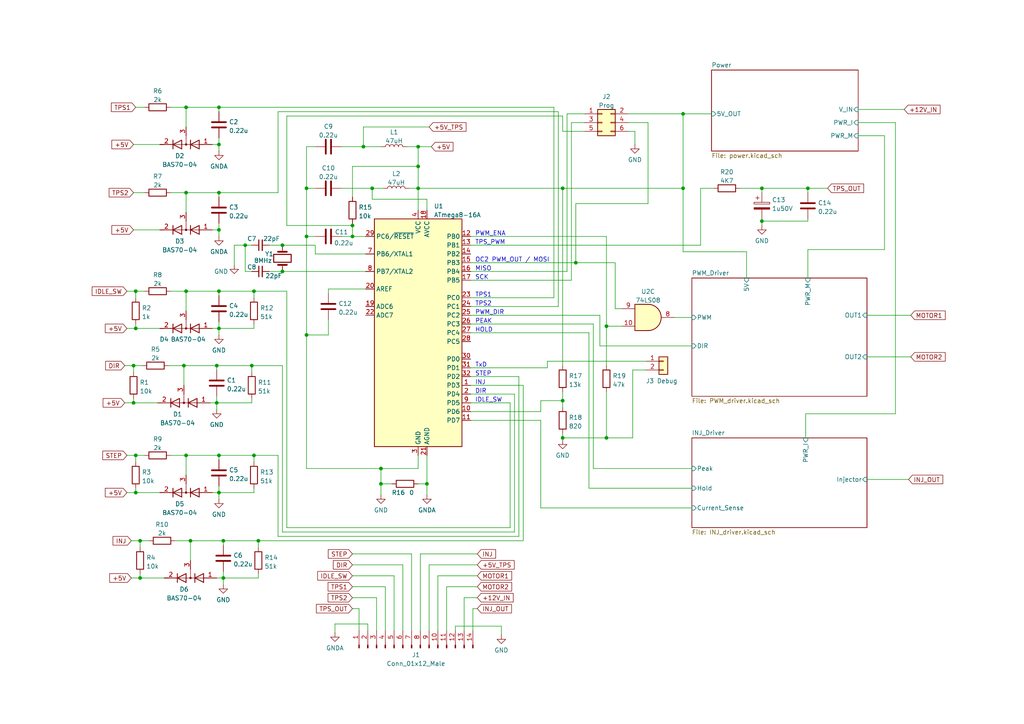
<source format=kicad_sch>
(kicad_sch (version 20211123) (generator eeschema)
  (paper "A4")
  (title_block (title "Контроллер моновпрыска VAG для SECU-3") (date "2023-09-25") (rev "0") (company "Совжесть"))
  (lib_symbols
    (symbol "74xx:74LS08" (pin_names (offset 1.016))
      (property "Reference" "U" (at 0 1.27 0))
      (property "Value" "74LS08" (at 0 -1.27 0))
      (symbol "74LS08_1_1"
        (pin input line (at -7.62 2.54 0) (length 3.81) (name "~") (number "1"))
        (pin input line (at -7.62 -2.54 0) (length 3.81) (name "~") (number "2"))
        (pin output line (at 7.62 0 180) (length 3.81) (name "~") (number "3"))
      )
      (symbol "74LS08_1_2"
        (pin input inverted (at -7.62 2.54 0) (length 4.318) (name "~") (number "1"))
        (pin input inverted (at -7.62 -2.54 0) (length 4.318) (name "~") (number "2"))
        (pin output inverted (at 7.62 0 180) (length 3.81) (name "~") (number "3"))
      )
      (symbol "74LS08_2_1"
        (pin input line (at -7.62 2.54 0) (length 3.81) (name "~") (number "4"))
        (pin input line (at -7.62 -2.54 0) (length 3.81) (name "~") (number "5"))
        (pin output line (at 7.62 0 180) (length 3.81) (name "~") (number "6"))
      )
      (symbol "74LS08_2_2"
        (pin input inverted (at -7.62 2.54 0) (length 4.318) (name "~") (number "4"))
        (pin input inverted (at -7.62 -2.54 0) (length 4.318) (name "~") (number "5"))
        (pin output inverted (at 7.62 0 180) (length 3.81) (name "~") (number "6"))
      )
      (symbol "74LS08_3_1"
        (pin input line (at -7.62 -2.54 0) (length 3.81) (name "~") (number "10"))
        (pin output line (at 7.62 0 180) (length 3.81) (name "~") (number "8"))
        (pin input line (at -7.62 2.54 0) (length 3.81) (name "~") (number "9"))
      )
      (symbol "74LS08_3_2"
        (pin input inverted (at -7.62 -2.54 0) (length 4.318) (name "~") (number "10"))
        (pin output inverted (at 7.62 0 180) (length 3.81) (name "~") (number "8"))
        (pin input inverted (at -7.62 2.54 0) (length 4.318) (name "~") (number "9"))
      )
      (symbol "74LS08_4_1"
        (pin output line (at 7.62 0 180) (length 3.81) (name "~") (number "11"))
        (pin input line (at -7.62 2.54 0) (length 3.81) (name "~") (number "12"))
        (pin input line (at -7.62 -2.54 0) (length 3.81) (name "~") (number "13"))
      )
      (symbol "74LS08_4_2"
        (pin output inverted (at 7.62 0 180) (length 3.81) (name "~") (number "11"))
        (pin input inverted (at -7.62 2.54 0) (length 4.318) (name "~") (number "12"))
        (pin input inverted (at -7.62 -2.54 0) (length 4.318) (name "~") (number "13"))
      )
      (symbol "74LS08_5_0"
        (pin power_in line (at 0 12.7 270) (length 5.08) (name "VCC") (number "14"))
        (pin power_in line (at 0 -12.7 90) (length 5.08) (name "GND") (number "7"))
      )
    )
    (symbol "Connector:Conn_01x14_Male" (pin_names (offset 1.016) hide)
      (property "Reference" "J" (at 0 17.78 0))
      (property "Value" "Conn_01x14_Male" (at 0 -20.32 0))
      (symbol "Conn_01x14_Male_1_1"
        (pin passive line (at 5.08 15.24 180) (length 3.81) (name "Pin_1") (number "1"))
        (pin passive line (at 5.08 -7.62 180) (length 3.81) (name "Pin_10") (number "10"))
        (pin passive line (at 5.08 -10.16 180) (length 3.81) (name "Pin_11") (number "11"))
        (pin passive line (at 5.08 -12.7 180) (length 3.81) (name "Pin_12") (number "12"))
        (pin passive line (at 5.08 -15.24 180) (length 3.81) (name "Pin_13") (number "13"))
        (pin passive line (at 5.08 -17.78 180) (length 3.81) (name "Pin_14") (number "14"))
        (pin passive line (at 5.08 12.7 180) (length 3.81) (name "Pin_2") (number "2"))
        (pin passive line (at 5.08 10.16 180) (length 3.81) (name "Pin_3") (number "3"))
        (pin passive line (at 5.08 7.62 180) (length 3.81) (name "Pin_4") (number "4"))
        (pin passive line (at 5.08 5.08 180) (length 3.81) (name "Pin_5") (number "5"))
        (pin passive line (at 5.08 2.54 180) (length 3.81) (name "Pin_6") (number "6"))
        (pin passive line (at 5.08 0 180) (length 3.81) (name "Pin_7") (number "7"))
        (pin passive line (at 5.08 -2.54 180) (length 3.81) (name "Pin_8") (number "8"))
        (pin passive line (at 5.08 -5.08 180) (length 3.81) (name "Pin_9") (number "9"))
      )
    )
    (symbol "Connector_Generic:Conn_01x02" (pin_names (offset 1.016) hide)
      (property "Reference" "J" (at 0 2.54 0))
      (property "Value" "Conn_01x02" (at 0 -5.08 0))
      (symbol "Conn_01x02_1_1"
        (pin passive line (at -5.08 0 0) (length 3.81) (name "Pin_1") (number "1"))
        (pin passive line (at -5.08 -2.54 0) (length 3.81) (name "Pin_2") (number "2"))
      )
    )
    (symbol "Connector_Generic:Conn_02x03_Odd_Even" (pin_names (offset 1.016) hide)
      (property "Reference" "J" (at 1.27 5.08 0))
      (property "Value" "Conn_02x03_Odd_Even" (at 1.27 -5.08 0))
      (symbol "Conn_02x03_Odd_Even_1_1"
        (pin passive line (at -5.08 2.54 0) (length 3.81) (name "Pin_1") (number "1"))
        (pin passive line (at 7.62 2.54 180) (length 3.81) (name "Pin_2") (number "2"))
        (pin passive line (at -5.08 0 0) (length 3.81) (name "Pin_3") (number "3"))
        (pin passive line (at 7.62 0 180) (length 3.81) (name "Pin_4") (number "4"))
        (pin passive line (at -5.08 -2.54 0) (length 3.81) (name "Pin_5") (number "5"))
        (pin passive line (at 7.62 -2.54 180) (length 3.81) (name "Pin_6") (number "6"))
      )
    )
    (symbol "Device:C" (pin_numbers hide) (pin_names (offset 0.254))
      (property "Reference" "C" (at 0.635 2.54 0))
      (property "Value" "C" (at 0.635 -2.54 0))
      (symbol "C_1_1"
        (pin passive line (at 0 3.81 270) (length 2.794) (name "~") (number "1"))
        (pin passive line (at 0 -3.81 90) (length 2.794) (name "~") (number "2"))
      )
    )
    (symbol "Device:C_Polarized" (pin_numbers hide) (pin_names (offset 0.254))
      (property "Reference" "C" (at 0.635 2.54 0))
      (property "Value" "C_Polarized" (at 0.635 -2.54 0))
      (symbol "C_Polarized_1_1"
        (pin passive line (at 0 3.81 270) (length 2.794) (name "~") (number "1"))
        (pin passive line (at 0 -3.81 90) (length 2.794) (name "~") (number "2"))
      )
    )
    (symbol "Device:C_Small" (pin_numbers hide) (pin_names (offset 0.254) hide)
      (property "Reference" "C" (at 0.254 1.778 0))
      (property "Value" "C_Small" (at 0.254 -2.032 0))
      (symbol "C_Small_1_1"
        (pin passive line (at 0 2.54 270) (length 2.032) (name "~") (number "1"))
        (pin passive line (at 0 -2.54 90) (length 2.032) (name "~") (number "2"))
      )
    )
    (symbol "Device:Crystal" (pin_numbers hide) (pin_names (offset 1.016) hide)
      (property "Reference" "Y" (at 0 3.81 0))
      (property "Value" "Crystal" (at 0 -3.81 0))
      (symbol "Crystal_1_1"
        (pin passive line (at -3.81 0 0) (length 1.27) (name "1") (number "1"))
        (pin passive line (at 3.81 0 180) (length 1.27) (name "2") (number "2"))
      )
    )
    (symbol "Device:D_Dual_Series_AKC" (pin_names (offset 0.762) hide)
      (property "Reference" "D" (at 1.27 -2.54 0))
      (property "Value" "D_Dual_Series_AKC" (at 0 2.54 0))
      (symbol "D_Dual_Series_AKC_0_1"
        (pin passive line (at -7.62 0 0) (length 3.81) (name "A") (number "1"))
        (pin passive line (at 7.62 0 180) (length 3.81) (name "K") (number "2"))
        (pin passive line (at 0 -5.08 90) (length 2.54) (name "common") (number "3"))
      )
    )
    (symbol "Device:L" (pin_numbers hide) (pin_names (offset 1.016) hide)
      (property "Reference" "L" (at -1.27 0 90))
      (property "Value" "L" (at 1.905 0 90))
      (symbol "L_1_1"
        (pin passive line (at 0 3.81 270) (length 1.27) (name "1") (number "1"))
        (pin passive line (at 0 -3.81 90) (length 1.27) (name "2") (number "2"))
      )
    )
    (symbol "Device:R" (pin_numbers hide) (pin_names (offset 0))
      (property "Reference" "R" (at 2.032 0 90))
      (property "Value" "R" (at 0 0 90))
      (symbol "R_1_1"
        (pin passive line (at 0 3.81 270) (length 1.27) (name "~") (number "1"))
        (pin passive line (at 0 -3.81 90) (length 1.27) (name "~") (number "2"))
      )
    )
    (symbol "MCU_Microchip_ATmega:ATmega8-16A"
      (property "Reference" "U" (at -12.7 34.29 0))
      (property "Value" "ATmega8-16A" (at 5.08 -34.29 0))
      (symbol "ATmega8-16A_1_1"
        (pin bidirectional line (at 15.24 -15.24 180) (length 2.54) (name "PD3") (number "1"))
        (pin bidirectional line (at 15.24 -22.86 180) (length 2.54) (name "PD6") (number "10"))
        (pin bidirectional line (at 15.24 -25.4 180) (length 2.54) (name "PD7") (number "11"))
        (pin bidirectional line (at 15.24 27.94 180) (length 2.54) (name "PB0") (number "12"))
        (pin bidirectional line (at 15.24 25.4 180) (length 2.54) (name "PB1") (number "13"))
        (pin bidirectional line (at 15.24 22.86 180) (length 2.54) (name "PB2") (number "14"))
        (pin bidirectional line (at 15.24 20.32 180) (length 2.54) (name "PB3") (number "15"))
        (pin bidirectional line (at 15.24 17.78 180) (length 2.54) (name "PB4") (number "16"))
        (pin bidirectional line (at 15.24 15.24 180) (length 2.54) (name "PB5") (number "17"))
        (pin power_in line (at 2.54 35.56 270) (length 2.54) (name "AVCC") (number "18"))
        (pin input line (at -15.24 7.62 0) (length 2.54) (name "ADC6") (number "19"))
        (pin bidirectional line (at 15.24 -17.78 180) (length 2.54) (name "PD4") (number "2"))
        (pin passive line (at -15.24 12.7 0) (length 2.54) (name "AREF") (number "20"))
        (pin power_in line (at 2.54 -35.56 90) (length 2.54) (name "AGND") (number "21"))
        (pin input line (at -15.24 5.08 0) (length 2.54) (name "ADC7") (number "22"))
        (pin bidirectional line (at 15.24 10.16 180) (length 2.54) (name "PC0") (number "23"))
        (pin bidirectional line (at 15.24 7.62 180) (length 2.54) (name "PC1") (number "24"))
        (pin bidirectional line (at 15.24 5.08 180) (length 2.54) (name "PC2") (number "25"))
        (pin bidirectional line (at 15.24 2.54 180) (length 2.54) (name "PC3") (number "26"))
        (pin bidirectional line (at 15.24 0 180) (length 2.54) (name "PC4") (number "27"))
        (pin bidirectional line (at 15.24 -2.54 180) (length 2.54) (name "PC5") (number "28"))
        (pin bidirectional line (at -15.24 27.94 0) (length 2.54) (name "PC6/~{RESET}") (number "29"))
        (pin power_in line (at 0 -35.56 90) (length 2.54) (name "GND") (number "3"))
        (pin bidirectional line (at 15.24 -7.62 180) (length 2.54) (name "PD0") (number "30"))
        (pin bidirectional line (at 15.24 -10.16 180) (length 2.54) (name "PD1") (number "31"))
        (pin bidirectional line (at 15.24 -12.7 180) (length 2.54) (name "PD2") (number "32"))
        (pin power_in line (at 0 35.56 270) (length 2.54) (name "VCC") (number "4"))
        (pin passive line (at 0 -35.56 90) (length 2.54) hide (name "GND") (number "5"))
        (pin passive line (at 0 35.56 270) (length 2.54) hide (name "VCC") (number "6"))
        (pin bidirectional line (at -15.24 22.86 0) (length 2.54) (name "PB6/XTAL1") (number "7"))
        (pin bidirectional line (at -15.24 17.78 0) (length 2.54) (name "PB7/XTAL2") (number "8"))
        (pin bidirectional line (at 15.24 -20.32 180) (length 2.54) (name "PD5") (number "9"))
      )
    )
    (symbol "power:GND" (power) (pin_names (offset 0))
      (property "Value" "GND" (at 0 -3.81 0))
      (symbol "GND_1_1"
        (pin power_in line (at 0 0 270) (length 0) hide (name "GND") (number "1"))
      )
    )
    (symbol "power:GNDA" (power) (pin_names (offset 0))
      (property "Value" "GNDA" (at 0 -3.81 0))
      (symbol "GNDA_1_1"
        (pin power_in line (at 0 0 270) (length 0) hide (name "GNDA") (number "1"))
      )
    )
  )
  (junction (at 40.64 167.64))
  (junction (at 39.37 84.455))
  (junction (at 123.825 140.335))
  (junction (at 55.245 156.845))
  (junction (at 163.195 54.61))
  (junction (at 53.34 106.045))
  (junction (at 163.195 127))
  (junction (at 81.915 71.12))
  (junction (at 175.895 94.615))
  (junction (at 63.5 95.25))
  (junction (at 63.5 55.88))
  (junction (at 71.12 71.12))
  (junction (at 64.77 156.845))
  (junction (at 198.12 54.61))
  (junction (at 73.025 106.045))
  (junction (at 63.5 31.115))
  (junction (at 234.315 54.61))
  (junction (at 88.9 54.61))
  (junction (at 63.5 142.875))
  (junction (at 64.77 167.64))
  (junction (at 88.9 68.58))
  (junction (at 110.49 135.89))
  (junction (at 53.975 31.115))
  (junction (at 81.915 78.74))
  (junction (at 121.285 42.545))
  (junction (at 63.5 132.08))
  (junction (at 73.66 84.455))
  (junction (at 39.37 132.08))
  (junction (at 107.95 54.61))
  (junction (at 121.285 48.26))
  (junction (at 220.98 64.135))
  (junction (at 63.5 84.455))
  (junction (at 220.98 54.61))
  (junction (at 74.93 156.845))
  (junction (at 73.66 132.08))
  (junction (at 62.865 106.045))
  (junction (at 198.12 33.02))
  (junction (at 38.735 106.045))
  (junction (at 102.235 65.405))
  (junction (at 40.64 156.845))
  (junction (at 53.975 55.88))
  (junction (at 39.37 142.875))
  (junction (at 110.49 140.335))
  (junction (at 38.735 116.84))
  (junction (at 105.41 42.545))
  (junction (at 53.975 132.08))
  (junction (at 102.235 68.58))
  (junction (at 121.285 54.61))
  (junction (at 39.37 95.25))
  (junction (at 62.865 116.84))
  (junction (at 175.895 127))
  (junction (at 53.975 84.455))
  (junction (at 163.195 116.205))
  (junction (at 88.9 97.155))
  (junction (at 167.005 76.2))
  (junction (at 63.5 41.91))
  (junction (at 63.5 66.675))
  (wire (pts (xy 53.34 106.045) (xy 53.34 111.76)))
  (wire (pts (xy 175.895 94.615) (xy 175.895 106.045)))
  (wire (pts (xy 163.195 125.73) (xy 163.195 127)))
  (wire (pts (xy 121.285 54.61) (xy 121.285 60.96)))
  (wire (pts (xy 55.245 156.845) (xy 55.245 162.56)))
  (wire (pts (xy 151.765 111.76) (xy 136.525 111.76)))
  (wire (pts (xy 132.08 181.61) (xy 145.415 181.61)))
  (wire (pts (xy 71.12 71.12) (xy 73.025 71.12)))
  (wire (pts (xy 53.975 55.88) (xy 63.5 55.88)))
  (wire (pts (xy 91.44 42.545) (xy 88.9 42.545)))
  (wire (pts (xy 88.9 42.545) (xy 88.9 54.61)))
  (wire (pts (xy 170.815 96.52) (xy 170.815 141.605)))
  (wire (pts (xy 39.37 95.25) (xy 46.355 95.25)))
  (wire (pts (xy 55.245 156.845) (xy 64.77 156.845)))
  (wire (pts (xy 136.525 93.98) (xy 172.085 93.98)))
  (wire (pts (xy 91.44 54.61) (xy 88.9 54.61)))
  (wire (pts (xy 173.99 91.44) (xy 173.99 100.33)))
  (wire (pts (xy 102.235 65.405) (xy 102.235 68.58)))
  (wire (pts (xy 63.5 84.455) (xy 63.5 85.725)))
  (wire (pts (xy 178.435 89.535) (xy 180.34 89.535)))
  (wire (pts (xy 121.285 48.26) (xy 121.285 42.545)))
  (wire (pts (xy 156.845 121.92) (xy 156.845 147.32)))
  (wire (pts (xy 175.895 113.665) (xy 175.895 127)))
  (wire (pts (xy 36.83 132.08) (xy 39.37 132.08)))
  (wire (pts (xy 63.5 55.88) (xy 63.5 57.15)))
  (wire (pts (xy 63.5 41.91) (xy 63.5 43.815)))
  (wire (pts (xy 163.195 54.61) (xy 198.12 54.61)))
  (wire (pts (xy 214.63 54.61) (xy 220.98 54.61)))
  (wire (pts (xy 216.535 73.025) (xy 198.12 73.025)))
  (wire (pts (xy 63.5 95.25) (xy 61.595 95.25)))
  (wire (pts (xy 73.66 132.08) (xy 80.645 132.08)))
  (wire (pts (xy 220.98 54.61) (xy 220.98 55.88)))
  (wire (pts (xy 62.865 114.935) (xy 62.865 116.84)))
  (wire (pts (xy 95.25 85.09) (xy 95.25 83.82)))
  (wire (pts (xy 175.895 127) (xy 163.195 127)))
  (wire (pts (xy 64.77 167.64) (xy 62.865 167.64)))
  (wire (pts (xy 167.005 59.055) (xy 167.005 76.2)))
  (wire (pts (xy 40.64 167.64) (xy 47.625 167.64)))
  (wire (pts (xy 49.53 31.115) (xy 53.975 31.115)))
  (wire (pts (xy 164.465 78.74) (xy 164.465 33.02)))
  (wire (pts (xy 53.975 84.455) (xy 53.975 90.17)))
  (wire (pts (xy 164.465 33.02) (xy 169.545 33.02)))
  (wire (pts (xy 38.735 115.57) (xy 38.735 116.84)))
  (wire (pts (xy 67.945 71.12) (xy 67.945 76.835)))
  (wire (pts (xy 121.285 54.61) (xy 163.195 54.61)))
  (wire (pts (xy 183.515 127) (xy 175.895 127)))
  (wire (pts (xy 220.98 54.61) (xy 234.315 54.61)))
  (wire (pts (xy 187.96 35.56) (xy 187.96 59.055)))
  (wire (pts (xy 150.495 155.575) (xy 150.495 109.22)))
  (wire (pts (xy 182.245 35.56) (xy 187.96 35.56)))
  (wire (pts (xy 62.865 116.84) (xy 62.865 118.745)))
  (wire (pts (xy 195.58 92.075) (xy 200.66 92.075)))
  (wire (pts (xy 156.845 116.205) (xy 163.195 116.205)))
  (wire (pts (xy 40.64 156.845) (xy 43.18 156.845)))
  (wire (pts (xy 36.195 116.84) (xy 38.735 116.84)))
  (wire (pts (xy 39.37 31.115) (xy 41.91 31.115)))
  (wire (pts (xy 163.195 127) (xy 163.195 127.635)))
  (wire (pts (xy 62.865 106.045) (xy 73.025 106.045)))
  (wire (pts (xy 102.235 57.15) (xy 102.235 48.26)))
  (wire (pts (xy 173.99 100.33) (xy 200.66 100.33)))
  (wire (pts (xy 102.235 170.18) (xy 111.76 170.18)))
  (wire (pts (xy 102.235 68.58) (xy 106.045 68.58)))
  (wire (pts (xy 95.25 92.71) (xy 95.25 97.155)))
  (wire (pts (xy 132.08 182.88) (xy 132.08 181.61)))
  (wire (pts (xy 107.95 54.61) (xy 107.95 57.785)))
  (wire (pts (xy 119.38 160.655) (xy 119.38 182.88)))
  (wire (pts (xy 36.195 106.045) (xy 38.735 106.045)))
  (wire (pts (xy 64.77 165.735) (xy 64.77 167.64)))
  (wire (pts (xy 63.5 31.115) (xy 63.5 32.385)))
  (wire (pts (xy 170.815 141.605) (xy 200.66 141.605)))
  (wire (pts (xy 39.37 84.455) (xy 41.91 84.455)))
  (wire (pts (xy 124.46 163.83) (xy 138.43 163.83)))
  (wire (pts (xy 123.825 57.785) (xy 123.825 60.96)))
  (wire (pts (xy 136.525 119.38) (xy 156.845 119.38)))
  (wire (pts (xy 38.1 167.64) (xy 40.64 167.64)))
  (wire (pts (xy 136.525 96.52) (xy 170.815 96.52)))
  (wire (pts (xy 102.235 167.005) (xy 114.3 167.005)))
  (wire (pts (xy 134.62 173.355) (xy 138.43 173.355)))
  (wire (pts (xy 234.315 54.61) (xy 234.315 55.88)))
  (wire (pts (xy 73.66 95.25) (xy 73.66 93.98)))
  (wire (pts (xy 73.025 116.84) (xy 73.025 115.57)))
  (wire (pts (xy 53.975 31.115) (xy 63.5 31.115)))
  (wire (pts (xy 102.235 163.83) (xy 116.84 163.83)))
  (wire (pts (xy 129.54 182.88) (xy 129.54 170.18)))
  (wire (pts (xy 129.54 170.18) (xy 138.43 170.18)))
  (wire (pts (xy 110.49 135.89) (xy 121.285 135.89)))
  (wire (pts (xy 121.92 160.655) (xy 138.43 160.655)))
  (wire (pts (xy 149.225 154.305) (xy 149.225 114.3)))
  (wire (pts (xy 73.025 106.045) (xy 73.025 107.95)))
  (wire (pts (xy 95.25 97.155) (xy 88.9 97.155)))
  (wire (pts (xy 147.955 116.84) (xy 136.525 116.84)))
  (wire (pts (xy 184.15 41.91) (xy 184.15 38.1)))
  (wire (pts (xy 121.285 42.545) (xy 125.095 42.545)))
  (wire (pts (xy 73.66 84.455) (xy 83.185 84.455)))
  (wire (pts (xy 63.5 140.97) (xy 63.5 142.875)))
  (wire (pts (xy 104.14 176.53) (xy 104.14 182.88)))
  (wire (pts (xy 150.495 109.22) (xy 136.525 109.22)))
  (wire (pts (xy 121.285 42.545) (xy 118.11 42.545)))
  (wire (pts (xy 110.49 143.51) (xy 110.49 140.335)))
  (wire (pts (xy 40.64 166.37) (xy 40.64 167.64)))
  (wire (pts (xy 136.525 76.2) (xy 167.005 76.2)))
  (wire (pts (xy 220.98 63.5) (xy 220.98 64.135)))
  (wire (pts (xy 53.975 132.08) (xy 53.975 137.795)))
  (wire (pts (xy 62.865 116.84) (xy 73.025 116.84)))
  (wire (pts (xy 158.75 104.775) (xy 187.325 104.775)))
  (wire (pts (xy 38.735 55.88) (xy 41.91 55.88)))
  (wire (pts (xy 102.235 64.77) (xy 102.235 65.405)))
  (wire (pts (xy 163.195 116.205) (xy 163.195 118.11)))
  (wire (pts (xy 198.12 33.02) (xy 206.375 33.02)))
  (wire (pts (xy 91.44 73.66) (xy 106.045 73.66)))
  (wire (pts (xy 163.195 113.665) (xy 163.195 116.205)))
  (wire (pts (xy 248.92 39.37) (xy 256.54 39.37)))
  (wire (pts (xy 62.865 116.84) (xy 60.96 116.84)))
  (wire (pts (xy 137.16 182.88) (xy 137.16 176.53)))
  (wire (pts (xy 160.655 31.115) (xy 160.655 86.36)))
  (wire (pts (xy 163.195 54.61) (xy 163.195 106.045)))
  (wire (pts (xy 62.865 106.045) (xy 62.865 107.315)))
  (wire (pts (xy 73.66 84.455) (xy 73.66 86.36)))
  (wire (pts (xy 251.46 139.065) (xy 263.525 139.065)))
  (wire (pts (xy 39.37 93.98) (xy 39.37 95.25)))
  (wire (pts (xy 102.235 68.58) (xy 99.06 68.58)))
  (wire (pts (xy 167.005 76.2) (xy 178.435 76.2)))
  (wire (pts (xy 110.49 140.335) (xy 113.665 140.335)))
  (wire (pts (xy 39.37 132.08) (xy 39.37 133.985)))
  (wire (pts (xy 63.5 142.875) (xy 73.66 142.875)))
  (wire (pts (xy 73.66 132.08) (xy 73.66 133.985)))
  (wire (pts (xy 64.77 156.845) (xy 64.77 158.115)))
  (wire (pts (xy 172.085 93.98) (xy 172.085 135.89)))
  (wire (pts (xy 187.325 107.315) (xy 183.515 107.315)))
  (wire (pts (xy 38.735 66.675) (xy 46.355 66.675)))
  (wire (pts (xy 136.525 81.28) (xy 165.735 81.28)))
  (wire (pts (xy 39.37 132.08) (xy 41.91 132.08)))
  (wire (pts (xy 165.735 35.56) (xy 169.545 35.56)))
  (wire (pts (xy 111.76 170.18) (xy 111.76 182.88)))
  (wire (pts (xy 165.735 81.28) (xy 165.735 35.56)))
  (wire (pts (xy 134.62 173.355) (xy 134.62 182.88)))
  (wire (pts (xy 64.77 167.64) (xy 74.93 167.64)))
  (wire (pts (xy 63.5 40.005) (xy 63.5 41.91)))
  (wire (pts (xy 136.525 86.36) (xy 160.655 86.36)))
  (wire (pts (xy 220.98 64.135) (xy 220.98 65.405)))
  (wire (pts (xy 136.525 78.74) (xy 164.465 78.74)))
  (wire (pts (xy 102.235 48.26) (xy 121.285 48.26)))
  (wire (pts (xy 123.825 140.335) (xy 123.825 143.51)))
  (wire (pts (xy 233.68 120.015) (xy 259.715 120.015)))
  (wire (pts (xy 234.315 63.5) (xy 234.315 64.135)))
  (wire (pts (xy 203.2 71.12) (xy 203.2 54.61)))
  (wire (pts (xy 63.5 132.08) (xy 73.66 132.08)))
  (wire (pts (xy 99.06 42.545) (xy 105.41 42.545)))
  (wire (pts (xy 38.735 41.91) (xy 46.355 41.91)))
  (wire (pts (xy 49.53 84.455) (xy 53.975 84.455)))
  (wire (pts (xy 137.16 176.53) (xy 138.43 176.53)))
  (wire (pts (xy 158.75 106.68) (xy 158.75 104.775)))
  (wire (pts (xy 83.185 153.035) (xy 147.955 153.035)))
  (wire (pts (xy 53.975 84.455) (xy 63.5 84.455)))
  (wire (pts (xy 81.915 106.045) (xy 81.915 154.305)))
  (wire (pts (xy 251.46 103.505) (xy 264.16 103.505)))
  (wire (pts (xy 80.645 32.385) (xy 161.925 32.385)))
  (wire (pts (xy 147.955 153.035) (xy 147.955 116.84)))
  (wire (pts (xy 106.68 182.88) (xy 106.68 180.975)))
  (wire (pts (xy 81.915 154.305) (xy 149.225 154.305)))
  (wire (pts (xy 78.105 71.12) (xy 81.915 71.12)))
  (wire (pts (xy 63.5 64.77) (xy 63.5 66.675)))
  (wire (pts (xy 259.715 35.56) (xy 248.92 35.56)))
  (wire (pts (xy 156.845 147.32) (xy 200.66 147.32)))
  (wire (pts (xy 121.285 54.61) (xy 121.285 48.26)))
  (wire (pts (xy 67.945 71.12) (xy 71.12 71.12)))
  (wire (pts (xy 88.9 54.61) (xy 88.9 68.58)))
  (wire (pts (xy 136.525 68.58) (xy 175.895 68.58)))
  (wire (pts (xy 81.915 71.12) (xy 91.44 71.12)))
  (wire (pts (xy 64.77 167.64) (xy 64.77 169.545)))
  (wire (pts (xy 80.645 55.88) (xy 80.645 32.385)))
  (wire (pts (xy 63.5 66.675) (xy 61.595 66.675)))
  (wire (pts (xy 110.49 140.335) (xy 110.49 135.89)))
  (wire (pts (xy 74.93 156.845) (xy 74.93 158.75)))
  (wire (pts (xy 53.34 106.045) (xy 62.865 106.045)))
  (wire (pts (xy 74.93 156.845) (xy 151.765 156.845)))
  (wire (pts (xy 163.195 38.1) (xy 169.545 38.1)))
  (wire (pts (xy 136.525 91.44) (xy 173.99 91.44)))
  (wire (pts (xy 63.5 31.115) (xy 160.655 31.115)))
  (wire (pts (xy 105.41 36.83) (xy 105.41 42.545)))
  (wire (pts (xy 50.8 156.845) (xy 55.245 156.845)))
  (wire (pts (xy 121.285 140.335) (xy 123.825 140.335)))
  (wire (pts (xy 73.025 106.045) (xy 81.915 106.045)))
  (wire (pts (xy 114.3 167.005) (xy 114.3 182.88)))
  (wire (pts (xy 39.37 84.455) (xy 39.37 86.36)))
  (wire (pts (xy 178.435 76.2) (xy 178.435 89.535)))
  (wire (pts (xy 53.975 132.08) (xy 63.5 132.08)))
  (wire (pts (xy 88.9 68.58) (xy 91.44 68.58)))
  (wire (pts (xy 63.5 41.91) (xy 61.595 41.91)))
  (wire (pts (xy 63.5 142.875) (xy 61.595 142.875)))
  (wire (pts (xy 63.5 95.25) (xy 73.66 95.25)))
  (wire (pts (xy 39.37 142.875) (xy 46.355 142.875)))
  (wire (pts (xy 97.155 180.975) (xy 97.155 183.515)))
  (wire (pts (xy 36.83 95.25) (xy 39.37 95.25)))
  (wire (pts (xy 163.195 33.655) (xy 163.195 38.1)))
  (wire (pts (xy 38.735 106.045) (xy 41.275 106.045)))
  (wire (pts (xy 182.245 33.02) (xy 198.12 33.02)))
  (wire (pts (xy 172.085 135.89) (xy 200.66 135.89)))
  (wire (pts (xy 63.5 132.08) (xy 63.5 133.35)))
  (wire (pts (xy 107.95 54.61) (xy 111.125 54.61)))
  (wire (pts (xy 105.41 42.545) (xy 110.49 42.545)))
  (wire (pts (xy 49.53 132.08) (xy 53.975 132.08)))
  (wire (pts (xy 123.825 132.08) (xy 123.825 140.335)))
  (wire (pts (xy 74.93 167.64) (xy 74.93 166.37)))
  (wire (pts (xy 109.22 173.355) (xy 109.22 182.88)))
  (wire (pts (xy 78.105 78.74) (xy 81.915 78.74)))
  (wire (pts (xy 136.525 106.68) (xy 158.75 106.68)))
  (wire (pts (xy 248.92 31.75) (xy 262.255 31.75)))
  (wire (pts (xy 91.44 71.12) (xy 91.44 73.66)))
  (wire (pts (xy 48.895 106.045) (xy 53.34 106.045)))
  (wire (pts (xy 63.5 93.345) (xy 63.5 95.25)))
  (wire (pts (xy 216.535 80.645) (xy 216.535 73.025)))
  (wire (pts (xy 124.46 163.83) (xy 124.46 182.88)))
  (wire (pts (xy 83.185 33.655) (xy 163.195 33.655)))
  (wire (pts (xy 118.745 54.61) (xy 121.285 54.61)))
  (wire (pts (xy 88.9 135.89) (xy 110.49 135.89)))
  (wire (pts (xy 107.95 57.785) (xy 123.825 57.785)))
  (wire (pts (xy 198.12 54.61) (xy 198.12 73.025)))
  (wire (pts (xy 83.185 33.655) (xy 83.185 65.405)))
  (wire (pts (xy 116.84 163.83) (xy 116.84 182.88)))
  (wire (pts (xy 256.54 72.39) (xy 234.315 72.39)))
  (wire (pts (xy 38.735 106.045) (xy 38.735 107.95)))
  (wire (pts (xy 53.975 55.88) (xy 53.975 61.595)))
  (wire (pts (xy 40.64 156.845) (xy 40.64 158.75)))
  (wire (pts (xy 73.66 142.875) (xy 73.66 141.605)))
  (wire (pts (xy 156.845 119.38) (xy 156.845 116.205)))
  (wire (pts (xy 136.525 121.92) (xy 156.845 121.92)))
  (wire (pts (xy 83.185 84.455) (xy 83.185 153.035)))
  (wire (pts (xy 187.96 59.055) (xy 167.005 59.055)))
  (wire (pts (xy 63.5 55.88) (xy 80.645 55.88)))
  (wire (pts (xy 88.9 68.58) (xy 88.9 97.155)))
  (wire (pts (xy 99.06 54.61) (xy 107.95 54.61)))
  (wire (pts (xy 38.735 116.84) (xy 45.72 116.84)))
  (wire (pts (xy 234.315 64.135) (xy 220.98 64.135)))
  (wire (pts (xy 71.12 71.12) (xy 71.12 78.74)))
  (wire (pts (xy 175.895 94.615) (xy 180.34 94.615)))
  (wire (pts (xy 184.15 38.1) (xy 182.245 38.1)))
  (wire (pts (xy 256.54 39.37) (xy 256.54 72.39)))
  (wire (pts (xy 106.68 180.975) (xy 97.155 180.975)))
  (wire (pts (xy 95.25 83.82) (xy 106.045 83.82)))
  (wire (pts (xy 63.5 84.455) (xy 73.66 84.455)))
  (wire (pts (xy 63.5 142.875) (xy 63.5 144.78)))
  (wire (pts (xy 136.525 71.12) (xy 203.2 71.12)))
  (wire (pts (xy 81.915 78.74) (xy 106.045 78.74)))
  (wire (pts (xy 198.12 33.02) (xy 198.12 54.61)))
  (wire (pts (xy 259.715 35.56) (xy 259.715 120.015)))
  (wire (pts (xy 183.515 107.315) (xy 183.515 127)))
  (wire (pts (xy 102.235 65.405) (xy 83.185 65.405)))
  (wire (pts (xy 121.285 132.08) (xy 121.285 135.89)))
  (wire (pts (xy 251.46 91.44) (xy 264.16 91.44)))
  (wire (pts (xy 161.925 88.9) (xy 136.525 88.9)))
  (wire (pts (xy 49.53 55.88) (xy 53.975 55.88)))
  (wire (pts (xy 39.37 141.605) (xy 39.37 142.875)))
  (wire (pts (xy 36.83 142.875) (xy 39.37 142.875)))
  (wire (pts (xy 175.895 68.58) (xy 175.895 94.615)))
  (wire (pts (xy 38.1 156.845) (xy 40.64 156.845)))
  (wire (pts (xy 234.315 72.39) (xy 234.315 80.645)))
  (wire (pts (xy 234.315 54.61) (xy 240.03 54.61)))
  (wire (pts (xy 63.5 66.675) (xy 63.5 68.58)))
  (wire (pts (xy 124.46 36.83) (xy 105.41 36.83)))
  (wire (pts (xy 80.645 155.575) (xy 150.495 155.575)))
  (wire (pts (xy 36.83 84.455) (xy 39.37 84.455)))
  (wire (pts (xy 233.68 127) (xy 233.68 120.015)))
  (wire (pts (xy 203.2 54.61) (xy 207.01 54.61)))
  (wire (pts (xy 71.12 78.74) (xy 73.025 78.74)))
  (wire (pts (xy 53.975 31.115) (xy 53.975 36.83)))
  (wire (pts (xy 102.235 173.355) (xy 109.22 173.355)))
  (wire (pts (xy 121.92 160.655) (xy 121.92 182.88)))
  (wire (pts (xy 63.5 95.25) (xy 63.5 97.155)))
  (wire (pts (xy 64.77 156.845) (xy 74.93 156.845)))
  (wire (pts (xy 145.415 181.61) (xy 145.415 184.15)))
  (wire (pts (xy 138.43 167.005) (xy 127 167.005)))
  (wire (pts (xy 161.925 32.385) (xy 161.925 88.9)))
  (wire (pts (xy 151.765 156.845) (xy 151.765 111.76)))
  (wire (pts (xy 80.645 132.08) (xy 80.645 155.575)))
  (wire (pts (xy 102.235 160.655) (xy 119.38 160.655)))
  (wire (pts (xy 149.225 114.3) (xy 136.525 114.3)))
  (wire (pts (xy 127 167.005) (xy 127 182.88)))
  (wire (pts (xy 88.9 97.155) (xy 88.9 135.89)))
  (wire (pts (xy 102.235 176.53) (xy 104.14 176.53)))
  (text "MISO" (at 137.795 78.74 0) (effects (font (size 1.27 1.27)) (justify left bottom)))
  (text "SCK" (at 137.795 81.28 0) (effects (font (size 1.27 1.27)) (justify left bottom)))
  (text "STEP" (at 137.795 109.22 0) (effects (font (size 1.27 1.27)) (justify left bottom)))
  (text "TxD" (at 137.795 106.68 0) (effects (font (size 1.27 1.27)) (justify left bottom)))
  (text "TPS2" (at 137.795 88.9 0) (effects (font (size 1.27 1.27)) (justify left bottom)))
  (text "TPS_PWM" (at 137.795 71.12 0) (effects (font (size 1.27 1.27)) (justify left bottom)))
  (text "PWM_DIR" (at 137.795 91.44 0) (effects (font (size 1.27 1.27)) (justify left bottom)))
  (text "PEAK" (at 137.795 93.98 0) (effects (font (size 1.27 1.27)) (justify left bottom)))
  (text "IDLE_SW" (at 137.795 116.84 0) (effects (font (size 1.27 1.27)) (justify left bottom)))
  (text "HOLD" (at 137.795 96.52 0) (effects (font (size 1.27 1.27)) (justify left bottom)))
  (text "DIR" (at 137.795 114.3 0) (effects (font (size 1.27 1.27)) (justify left bottom)))
  (text "INJ" (at 137.795 111.76 0) (effects (font (size 1.27 1.27)) (justify left bottom)))
  (text "PWM_ENA" (at 137.795 68.58 0) (effects (font (size 1.27 1.27)) (justify left bottom)))
  (text "OC2 PWM_OUT / MOSI" (at 137.795 76.2 0) (effects (font (size 1.27 1.27)) (justify left bottom)))
  (text "TPS1" (at 137.795 86.36 0) (effects (font (size 1.27 1.27)) (justify left bottom)))
  (global_label "MOTOR2" (shape input) (at 138.43 170.18 0) (property "Обозначения листов" "${INTERSHEET_REFS}" (effects hide)))
  (global_label "MOTOR2" (shape input) (at 264.16 103.505 0) (property "Обозначения листов" "${INTERSHEET_REFS}" (effects hide)))
  (global_label "+5V" (shape input) (at 36.83 95.25 180) (property "Обозначения листов" "${INTERSHEET_REFS}" (effects hide)))
  (global_label "+5V" (shape input) (at 38.735 41.91 180) (property "Обозначения листов" "${INTERSHEET_REFS}" (effects hide)))
  (global_label "+5V_TPS" (shape input) (at 138.43 163.83 0) (property "Обозначения листов" "${INTERSHEET_REFS}" (effects hide)))
  (global_label "STEP" (shape input) (at 102.235 160.655 180) (property "Обозначения листов" "${INTERSHEET_REFS}" (effects hide)))
  (global_label "DIR" (shape input) (at 36.195 106.045 180) (property "Обозначения листов" "${INTERSHEET_REFS}" (effects hide)))
  (global_label "+12V_IN" (shape input) (at 138.43 173.355 0) (property "Обозначения листов" "${INTERSHEET_REFS}" (effects hide)))
  (global_label "TPS1" (shape input) (at 102.235 170.18 180) (property "Обозначения листов" "${INTERSHEET_REFS}" (effects hide)))
  (global_label "+5V_TPS" (shape input) (at 124.46 36.83 0) (property "Обозначения листов" "${INTERSHEET_REFS}" (effects hide)))
  (global_label "TPS2" (shape input) (at 102.235 173.355 180) (property "Обозначения листов" "${INTERSHEET_REFS}" (effects hide)))
  (global_label "MOTOR1" (shape input) (at 264.16 91.44 0) (property "Обозначения листов" "${INTERSHEET_REFS}" (effects hide)))
  (global_label "+5V" (shape input) (at 36.195 116.84 180) (property "Обозначения листов" "${INTERSHEET_REFS}" (effects hide)))
  (global_label "TPS_OUT" (shape input) (at 102.235 176.53 180) (property "Обозначения листов" "${INTERSHEET_REFS}" (effects hide)))
  (global_label "INJ_OUT" (shape input) (at 263.525 139.065 0) (property "Обозначения листов" "${INTERSHEET_REFS}" (effects hide)))
  (global_label "TPS1" (shape input) (at 39.37 31.115 180) (property "Обозначения листов" "${INTERSHEET_REFS}" (effects hide)))
  (global_label "STEP" (shape input) (at 36.83 132.08 180) (property "Обозначения листов" "${INTERSHEET_REFS}" (effects hide)))
  (global_label "+5V" (shape input) (at 125.095 42.545 0) (property "Обозначения листов" "${INTERSHEET_REFS}" (effects hide)))
  (global_label "TPS2" (shape input) (at 38.735 55.88 180) (property "Обозначения листов" "${INTERSHEET_REFS}" (effects hide)))
  (global_label "INJ_OUT" (shape input) (at 138.43 176.53 0) (property "Обозначения листов" "${INTERSHEET_REFS}" (effects hide)))
  (global_label "INJ" (shape input) (at 38.1 156.845 180) (property "Обозначения листов" "${INTERSHEET_REFS}" (effects hide)))
  (global_label "MOTOR1" (shape input) (at 138.43 167.005 0) (property "Обозначения листов" "${INTERSHEET_REFS}" (effects hide)))
  (global_label "+5V" (shape input) (at 36.83 142.875 180) (property "Обозначения листов" "${INTERSHEET_REFS}" (effects hide)))
  (global_label "IDLE_SW" (shape input) (at 36.83 84.455 180) (property "Обозначения листов" "${INTERSHEET_REFS}" (effects hide)))
  (global_label "TPS_OUT" (shape input) (at 240.03 54.61 0) (property "Обозначения листов" "${INTERSHEET_REFS}" (effects hide)))
  (global_label "+5V" (shape input) (at 38.735 66.675 180) (property "Обозначения листов" "${INTERSHEET_REFS}" (effects hide)))
  (global_label "INJ" (shape input) (at 138.43 160.655 0) (property "Обозначения листов" "${INTERSHEET_REFS}" (effects hide)))
  (global_label "IDLE_SW" (shape input) (at 102.235 167.005 180) (property "Обозначения листов" "${INTERSHEET_REFS}" (effects hide)))
  (global_label "+12V_IN" (shape input) (at 262.255 31.75 0) (property "Обозначения листов" "${INTERSHEET_REFS}" (effects hide)))
  (global_label "+5V" (shape input) (at 38.1 167.64 180) (property "Обозначения листов" "${INTERSHEET_REFS}" (effects hide)))
  (global_label "DIR" (shape input) (at 102.235 163.83 180) (property "Обозначения листов" "${INTERSHEET_REFS}" (effects hide)))
  (symbol (lib_id "power:GND") (at 62.865 118.745 0) (unit 1)
    (property "Reference" "#PWR01" (effects hide))
    (property "Value" "GND" (at 62.865 123.1884 0))
  )
  (symbol (lib_id "Device:Crystal") (at 81.915 74.93 270) (unit 1)
    (property "Reference" "Y1" (at 76.835 73.66 90) (effects (justify left)))
    (property "Value" "8MHz" (at 73.66 75.565 90) (effects (justify left)))
    (property "Footprint" "Crystal:Crystal_SMD_HC49-SD" (effects hide))
  )
  (symbol (lib_id "Device:C") (at 63.5 36.195 0) (unit 1)
    (property "Reference" "C2" (at 66.421 35.3603 0) (effects (justify left)))
    (property "Value" "0.22u" (at 66.421 37.8972 0) (effects (justify left)))
    (property "Footprint" "Capacitor_SMD:C_1206_3216Metric" (effects hide))
  )
  (symbol (lib_id "power:GNDA") (at 63.5 68.58 0) (unit 1)
    (property "Reference" "#PWR03" (effects hide))
    (property "Value" "GNDA" (at 63.5 73.0234 0))
  )
  (symbol (lib_id "power:GND") (at 64.77 169.545 0) (unit 1)
    (property "Reference" "#PWR06" (effects hide))
    (property "Value" "GND" (at 64.77 173.9884 0))
  )
  (symbol (lib_id "Device:R") (at 39.37 90.17 0) (unit 1)
    (property "Reference" "R2" (at 41.148 89.3353 0) (effects (justify left)))
    (property "Value" "1k" (at 41.148 91.8722 0) (effects (justify left)))
    (property "Footprint" "Resistor_SMD:R_1206_3216Metric" (effects hide))
  )
  (symbol (lib_id "power:GNDA") (at 63.5 43.815 0) (unit 1)
    (property "Reference" "#PWR02" (effects hide))
    (property "Value" "GNDA" (at 63.5 48.2584 0))
  )
  (symbol (lib_id "Device:R") (at 73.025 111.76 0) (unit 1)
    (property "Reference" "R11" (at 74.803 110.9253 0) (effects (justify left)))
    (property "Value" "51k" (at 74.803 113.4622 0) (effects (justify left)))
    (property "Footprint" "Resistor_SMD:R_1206_3216Metric" (effects hide))
  )
  (symbol (lib_id "Device:C") (at 95.25 54.61 90) (unit 1)
    (property "Reference" "C10" (at 95.25 48.7512 90))
    (property "Value" "0.22u" (at 95.25 51.2881 90))
    (property "Footprint" "Capacitor_SMD:C_1206_3216Metric" (effects hide))
  )
  (symbol (lib_id "Device:R") (at 38.735 111.76 0) (unit 1)
    (property "Reference" "R1" (at 40.513 110.9253 0) (effects (justify left)))
    (property "Value" "10k" (at 40.513 113.4622 0) (effects (justify left)))
    (property "Footprint" "Resistor_SMD:R_1206_3216Metric" (effects hide))
  )
  (symbol (lib_id "Device:R") (at 45.72 132.08 90) (unit 1)
    (property "Reference" "R9" (at 45.72 127.3642 90))
    (property "Value" "2k" (at 45.72 129.9011 90))
    (property "Footprint" "Resistor_SMD:R_1206_3216Metric" (effects hide))
  )
  (symbol (lib_id "Connector_Generic:Conn_01x02") (at 192.405 104.775 0) (unit 1)
    (property "Reference" "J3" (at 187.325 110.49 0) (effects (justify left)))
    (property "Value" "Debug" (at 190.5 110.49 0) (effects (justify left)))
    (property "Footprint" "Connector_PinHeader_2.54mm:PinHeader_1x02_P2.54mm_Vertical" (effects hide))
  )
  (symbol (lib_id "Device:D_Dual_Series_AKC") (at 53.975 41.91 180) (unit 1)
    (property "Reference" "D2" (at 52.1335 45.2104 0))
    (property "Value" "BAS70-04" (at 52.1335 47.7473 0))
    (property "Footprint" "Package_TO_SOT_SMD:SOT-23" (effects hide))
  )
  (symbol (lib_id "Device:R") (at 210.82 54.61 90) (unit 1)
    (property "Reference" "R20" (at 210.82 49.8942 90))
    (property "Value" "4K7" (at 210.82 52.4311 90))
    (property "Footprint" "Resistor_SMD:R_1206_3216Metric" (effects hide))
  )
  (symbol (lib_id "Device:R") (at 45.085 106.045 90) (unit 1)
    (property "Reference" "R5" (at 45.085 101.3292 90))
    (property "Value" "2k" (at 45.085 103.8661 90))
    (property "Footprint" "Resistor_SMD:R_1206_3216Metric" (effects hide))
  )
  (symbol (lib_id "Device:R") (at 73.66 137.795 0) (unit 1)
    (property "Reference" "R13" (at 75.438 136.9603 0) (effects (justify left)))
    (property "Value" "51k" (at 75.438 139.4972 0) (effects (justify left)))
    (property "Footprint" "Resistor_SMD:R_1206_3216Metric" (effects hide))
  )
  (symbol (lib_id "Device:C") (at 62.865 111.125 0) (unit 1)
    (property "Reference" "C1" (at 65.786 110.2903 0) (effects (justify left)))
    (property "Value" "0.22u" (at 65.786 112.8272 0) (effects (justify left)))
    (property "Footprint" "Capacitor_SMD:C_1206_3216Metric" (effects hide))
  )
  (symbol (lib_id "Device:C") (at 64.77 161.925 0) (unit 1)
    (property "Reference" "C6" (at 67.691 161.0903 0) (effects (justify left)))
    (property "Value" "0.22u" (at 67.691 163.6272 0) (effects (justify left)))
    (property "Footprint" "Capacitor_SMD:C_1206_3216Metric" (effects hide))
  )
  (symbol (lib_id "power:GND") (at 220.98 65.405 0) (unit 1)
    (property "Reference" "#PWR014" (effects hide))
    (property "Value" "GND" (at 220.98 69.8484 0))
  )
  (symbol (lib_id "Device:C_Small") (at 75.565 71.12 90) (unit 1)
    (property "Reference" "C7" (at 73.025 69.215 90))
    (property "Value" "22pF" (at 78.74 69.215 90))
    (property "Footprint" "Capacitor_SMD:C_1206_3216Metric" (effects hide))
  )
  (symbol (lib_id "74xx:74LS08") (at 187.96 92.075 0) (unit 3)
    (property "Reference" "U2" (at 187.96 84.5652 0))
    (property "Value" "74LS08" (at 187.96 87.1021 0))
    (property "Footprint" "Package_SO:SOIC-14_3.9x8.7mm_P1.27mm" (effects hide))
    (property "Datasheet" "http://www.ti.com/lit/gpn/sn74LS08" (effects hide))
  )
  (symbol (lib_id "Device:L") (at 114.935 54.61 90) (unit 1)
    (property "Reference" "L2" (at 114.935 50.4022 90))
    (property "Value" "47uH" (at 114.935 52.9391 90))
    (property "Footprint" "Inductor_SMD:L_1812_4532Metric" (effects hide))
  )
  (symbol (lib_id "Device:R") (at 45.72 55.88 90) (unit 1)
    (property "Reference" "R7" (at 45.72 51.1642 90))
    (property "Value" "2k" (at 45.72 53.7011 90))
    (property "Footprint" "Resistor_SMD:R_1206_3216Metric" (effects hide))
  )
  (symbol (lib_id "Device:R") (at 102.235 60.96 0) (unit 1)
    (property "Reference" "R15" (at 104.013 60.1253 0) (effects (justify left)))
    (property "Value" "10k" (at 104.013 62.6622 0) (effects (justify left)))
    (property "Footprint" "Resistor_SMD:R_1206_3216Metric" (effects hide))
  )
  (symbol (lib_id "Device:L") (at 114.3 42.545 90) (unit 1)
    (property "Reference" "L1" (at 114.3 38.3372 90))
    (property "Value" "47uH" (at 114.3 40.8741 90))
    (property "Footprint" "Inductor_SMD:L_1812_4532Metric" (effects hide))
  )
  (symbol (lib_id "Device:C") (at 95.25 68.58 90) (unit 1)
    (property "Reference" "C11" (at 99.06 67.31 90))
    (property "Value" "0.22u" (at 99.695 70.485 90))
    (property "Footprint" "Capacitor_SMD:C_1206_3216Metric" (effects hide))
  )
  (symbol (lib_id "power:GNDA") (at 123.825 143.51 0) (unit 1)
    (property "Reference" "#PWR010" (effects hide))
    (property "Value" "GNDA" (at 123.825 147.9534 0))
  )
  (symbol (lib_id "Connector_Generic:Conn_02x03_Odd_Even") (at 174.625 35.56 0) (unit 1)
    (property "Reference" "J2" (at 175.895 28.0502 0))
    (property "Value" "Prog" (at 175.895 30.5871 0))
    (property "Footprint" "Connector_PinHeader_2.54mm:PinHeader_2x03_P2.54mm_Vertical" (effects hide))
  )
  (symbol (lib_id "power:GND") (at 184.15 41.91 0) (unit 1)
    (property "Reference" "#PWR013" (effects hide))
    (property "Value" "GND" (at 184.15 46.3534 0))
  )
  (symbol (lib_id "power:GND") (at 63.5 97.155 0) (unit 1)
    (property "Reference" "#PWR04" (effects hide))
    (property "Value" "GND" (at 63.5 101.5984 0))
  )
  (symbol (lib_id "Device:C") (at 63.5 60.96 0) (unit 1)
    (property "Reference" "C3" (at 66.421 60.1253 0) (effects (justify left)))
    (property "Value" "0.22u" (at 66.421 62.6622 0) (effects (justify left)))
    (property "Footprint" "Capacitor_SMD:C_1206_3216Metric" (effects hide))
  )
  (symbol (lib_id "Device:R") (at 40.64 162.56 0) (unit 1)
    (property "Reference" "R4" (at 42.418 161.7253 0) (effects (justify left)))
    (property "Value" "10k" (at 42.418 164.2622 0) (effects (justify left)))
    (property "Footprint" "Resistor_SMD:R_1206_3216Metric" (effects hide))
  )
  (symbol (lib_id "power:GND") (at 67.945 76.835 0) (unit 1)
    (property "Reference" "#PWR07" (effects hide))
    (property "Value" "GND" (at 64.135 78.74 0))
  )
  (symbol (lib_id "Device:C") (at 95.25 88.9 180) (unit 1)
    (property "Reference" "C12" (at 98.171 88.0653 0) (effects (justify right)))
    (property "Value" "0.22u" (at 98.171 90.6022 0) (effects (justify right)))
    (property "Footprint" "Capacitor_SMD:C_1206_3216Metric" (effects hide))
  )
  (symbol (lib_id "power:GND") (at 110.49 143.51 0) (unit 1)
    (property "Reference" "#PWR09" (effects hide))
    (property "Value" "GND" (at 110.49 147.9534 0))
  )
  (symbol (lib_id "Device:R") (at 73.66 90.17 0) (unit 1)
    (property "Reference" "R12" (at 75.438 89.3353 0) (effects (justify left)))
    (property "Value" "51k" (at 75.438 91.8722 0) (effects (justify left)))
    (property "Footprint" "Resistor_SMD:R_1206_3216Metric" (effects hide))
  )
  (symbol (lib_id "power:GND") (at 63.5 144.78 0) (unit 1)
    (property "Reference" "#PWR05" (effects hide))
    (property "Value" "GND" (at 63.5 149.2234 0))
  )
  (symbol (lib_id "Device:R") (at 163.195 109.855 0) (unit 1)
    (property "Reference" "R17" (at 164.973 109.0203 0) (effects (justify left)))
    (property "Value" "13k" (at 164.973 111.5572 0) (effects (justify left)))
    (property "Footprint" "Resistor_SMD:R_1206_3216Metric" (effects hide))
  )
  (symbol (lib_id "Device:C_Polarized") (at 220.98 59.69 0) (unit 1)
    (property "Reference" "C13" (at 223.901 57.9663 0) (effects (justify left)))
    (property "Value" "1u50V" (at 223.901 60.5032 0) (effects (justify left)))
    (property "Footprint" "Capacitor_SMD:CP_Elec_4x5.4" (effects hide))
  )
  (symbol (lib_id "Device:R") (at 46.99 156.845 90) (unit 1)
    (property "Reference" "R10" (at 46.99 152.1292 90))
    (property "Value" "2k" (at 46.99 154.6661 90))
    (property "Footprint" "Resistor_SMD:R_1206_3216Metric" (effects hide))
  )
  (symbol (lib_id "Device:D_Dual_Series_AKC") (at 55.245 167.64 180) (unit 1)
    (property "Reference" "D6" (at 53.4035 170.9404 0))
    (property "Value" "BAS70-04" (at 53.4035 173.4773 0))
    (property "Footprint" "Package_TO_SOT_SMD:SOT-23" (effects hide))
  )
  (symbol (lib_id "power:GND") (at 145.415 184.15 0) (unit 1)
    (property "Reference" "#PWR011" (effects hide))
    (property "Value" "GND" (at 145.415 188.5934 0))
  )
  (symbol (lib_id "Device:C") (at 234.315 59.69 0) (unit 1)
    (property "Reference" "C14" (at 237.236 58.8553 0) (effects (justify left)))
    (property "Value" "0.22u" (at 237.236 61.3922 0) (effects (justify left)))
    (property "Footprint" "Capacitor_SMD:C_1206_3216Metric" (effects hide))
  )
  (symbol (lib_id "Device:R") (at 163.195 121.92 0) (unit 1)
    (property "Reference" "R18" (at 164.973 121.0853 0) (effects (justify left)))
    (property "Value" "820" (at 164.973 123.6222 0) (effects (justify left)))
    (property "Footprint" "Resistor_SMD:R_1206_3216Metric" (effects hide))
  )
  (symbol (lib_id "Device:R") (at 45.72 84.455 90) (unit 1)
    (property "Reference" "R8" (at 45.72 79.7392 90))
    (property "Value" "2k" (at 45.72 82.2761 90))
    (property "Footprint" "Resistor_SMD:R_1206_3216Metric" (effects hide))
  )
  (symbol (lib_id "Device:R") (at 39.37 137.795 0) (unit 1)
    (property "Reference" "R3" (at 41.148 136.9603 0) (effects (justify left)))
    (property "Value" "10k" (at 41.148 139.4972 0) (effects (justify left)))
    (property "Footprint" "Resistor_SMD:R_1206_3216Metric" (effects hide))
  )
  (symbol (lib_id "power:GND") (at 163.195 127.635 0) (unit 1)
    (property "Reference" "#PWR012" (effects hide))
    (property "Value" "GND" (at 163.195 132.0784 0))
  )
  (symbol (lib_id "Device:R") (at 175.895 109.855 0) (unit 1)
    (property "Reference" "R19" (at 177.673 109.0203 0) (effects (justify left)))
    (property "Value" "47k" (at 177.673 111.5572 0) (effects (justify left)))
    (property "Footprint" "Resistor_SMD:R_1206_3216Metric" (effects hide))
  )
  (symbol (lib_id "Device:C_Small") (at 75.565 78.74 90) (unit 1)
    (property "Reference" "C8" (at 73.025 77.47 90))
    (property "Value" "22pF" (at 79.375 80.01 90))
    (property "Footprint" "Capacitor_SMD:C_1206_3216Metric" (effects hide))
  )
  (symbol (lib_id "Device:D_Dual_Series_AKC") (at 53.975 142.875 180) (unit 1)
    (property "Reference" "D5" (at 52.1335 146.1754 0))
    (property "Value" "BAS70-04" (at 52.1335 148.7123 0))
    (property "Footprint" "Package_TO_SOT_SMD:SOT-23" (effects hide))
  )
  (symbol (lib_id "Device:R") (at 74.93 162.56 0) (unit 1)
    (property "Reference" "R14" (at 76.708 161.7253 0) (effects (justify left)))
    (property "Value" "51k" (at 76.708 164.2622 0) (effects (justify left)))
    (property "Footprint" "Resistor_SMD:R_1206_3216Metric" (effects hide))
  )
  (symbol (lib_id "Device:C") (at 63.5 137.16 0) (unit 1)
    (property "Reference" "C5" (at 66.421 136.3253 0) (effects (justify left)))
    (property "Value" "0.22u" (at 66.421 138.8622 0) (effects (justify left)))
    (property "Footprint" "Capacitor_SMD:C_1206_3216Metric" (effects hide))
  )
  (symbol (lib_id "Device:D_Dual_Series_AKC") (at 53.975 95.25 180) (unit 1)
    (property "Reference" "D4" (at 47.625 98.425 0))
    (property "Value" "BAS70-04" (at 54.61 98.425 0))
    (property "Footprint" "Package_TO_SOT_SMD:SOT-23" (effects hide))
  )
  (symbol (lib_id "Device:C") (at 95.25 42.545 90) (unit 1)
    (property "Reference" "C9" (at 95.25 36.6862 90))
    (property "Value" "0.22u" (at 95.25 39.2231 90))
    (property "Footprint" "Capacitor_SMD:C_1206_3216Metric" (effects hide))
  )
  (symbol (lib_id "Connector:Conn_01x14_Male") (at 119.38 187.96 90) (unit 1)
    (property "Reference" "J1" (at 120.65 189.9396 90))
    (property "Value" "Conn_01x12_Male" (at 120.65 192.4765 90))
    (property "Footprint" "Connector_Molex:Molex_SPOX_5268-14A_1x14_P2.50mm_Horizontal" (effects hide))
  )
  (symbol (lib_id "Device:R") (at 45.72 31.115 90) (unit 1)
    (property "Reference" "R6" (at 45.72 26.3992 90))
    (property "Value" "2k" (at 45.72 28.9361 90))
    (property "Footprint" "Resistor_SMD:R_1206_3216Metric" (effects hide))
  )
  (symbol (lib_id "power:GNDA") (at 97.155 183.515 0) (unit 1)
    (property "Reference" "#PWR08" (effects hide))
    (property "Value" "GNDA" (at 97.155 187.9584 0))
  )
  (symbol (lib_id "Device:R") (at 117.475 140.335 90) (unit 1)
    (property "Reference" "R16" (at 115.57 142.875 90))
    (property "Value" "0" (at 119.38 142.875 90))
    (property "Footprint" "Resistor_SMD:R_1206_3216Metric" (effects hide))
  )
  (symbol (lib_id "Device:D_Dual_Series_AKC") (at 53.34 116.84 180) (unit 1)
    (property "Reference" "D1" (at 51.4985 120.1404 0))
    (property "Value" "BAS70-04" (at 51.4985 122.6773 0))
    (property "Footprint" "Package_TO_SOT_SMD:SOT-23" (effects hide))
  )
  (symbol (lib_id "Device:C") (at 63.5 89.535 0) (unit 1)
    (property "Reference" "C4" (at 66.421 88.7003 0) (effects (justify left)))
    (property "Value" "0.22u" (at 66.421 91.2372 0) (effects (justify left)))
    (property "Footprint" "Capacitor_SMD:C_1206_3216Metric" (effects hide))
  )
  (symbol (lib_id "Device:D_Dual_Series_AKC") (at 53.975 66.675 180) (unit 1)
    (property "Reference" "D3" (at 52.1335 69.9754 0))
    (property "Value" "BAS70-04" (at 52.1335 72.5123 0))
    (property "Footprint" "Package_TO_SOT_SMD:SOT-23" (effects hide))
  )
  (symbol (lib_id "MCU_Microchip_ATmega:ATmega8-16A") (at 121.285 96.52 0) (unit 1)
    (property "Reference" "U1" (at 125.8444 59.8002 0) (effects (justify left)))
    (property "Value" "ATmega8-16A" (at 125.8444 62.3371 0) (effects (justify left)))
    (property "Footprint" "Package_QFP:TQFP-32_7x7mm_P0.8mm" (effects hide))
    (property "Datasheet" "http://ww1.microchip.com/downloads/en/DeviceDoc/atmel-2486-8-bit-avr-microcontroller-atmega8_l_datasheet.pdf" (effects hide))
  )
  (sheet (at 200.66 127) (size 50.8 26.035) (stroke (width 0.1524))
    (property "Sheet name" "INJ_Driver" (at 200.66 126.2884 0) (effects (justify left bottom)))
    (property "Sheet file" "INJ_driver.kicad_sch" (at 200.66 153.6196 0) (effects (justify left top)))
    (pin "Current_Sense" input (at 200.66 147.32 180))
    (pin "Hold" input (at 200.66 141.605 180))
    (pin "Peak" input (at 200.66 135.89 180))
    (pin "Injector" input (at 251.46 139.065 0))
    (pin "PWR_I" input (at 233.68 127 90))
  )
  (sheet (at 206.375 20.32) (size 42.545 23.495) (stroke (width 0.1524))
    (property "Sheet name" "Power" (at 206.375 19.6084 0) (effects (justify left bottom)))
    (property "Sheet file" "power.kicad_sch" (at 206.375 44.3996 0) (effects (justify left top)))
    (pin "5V_OUT" input (at 206.375 33.02 180))
    (pin "PWR_M" input (at 248.92 39.37 0))
    (pin "V_IN" input (at 248.92 31.75 0))
    (pin "PWR_I" input (at 248.92 35.56 0))
  )
  (sheet (at 200.66 80.645) (size 50.8 34.29) (stroke (width 0.1524))
    (property "Sheet name" "PWM_Driver" (at 200.66 79.9334 0) (effects (justify left bottom)))
    (property "Sheet file" "PWM_driver.kicad_sch" (at 200.66 115.5196 0) (effects (justify left top)))
    (pin "5V" input (at 216.535 80.645 90))
    (pin "PWR_M" input (at 234.315 80.645 90))
    (pin "PWM" input (at 200.66 92.075 180))
    (pin "DIR" input (at 200.66 100.33 180))
    (pin "OUT1" input (at 251.46 91.44 0))
    (pin "OUT2" input (at 251.46 103.505 0))
  )
)
</source>
